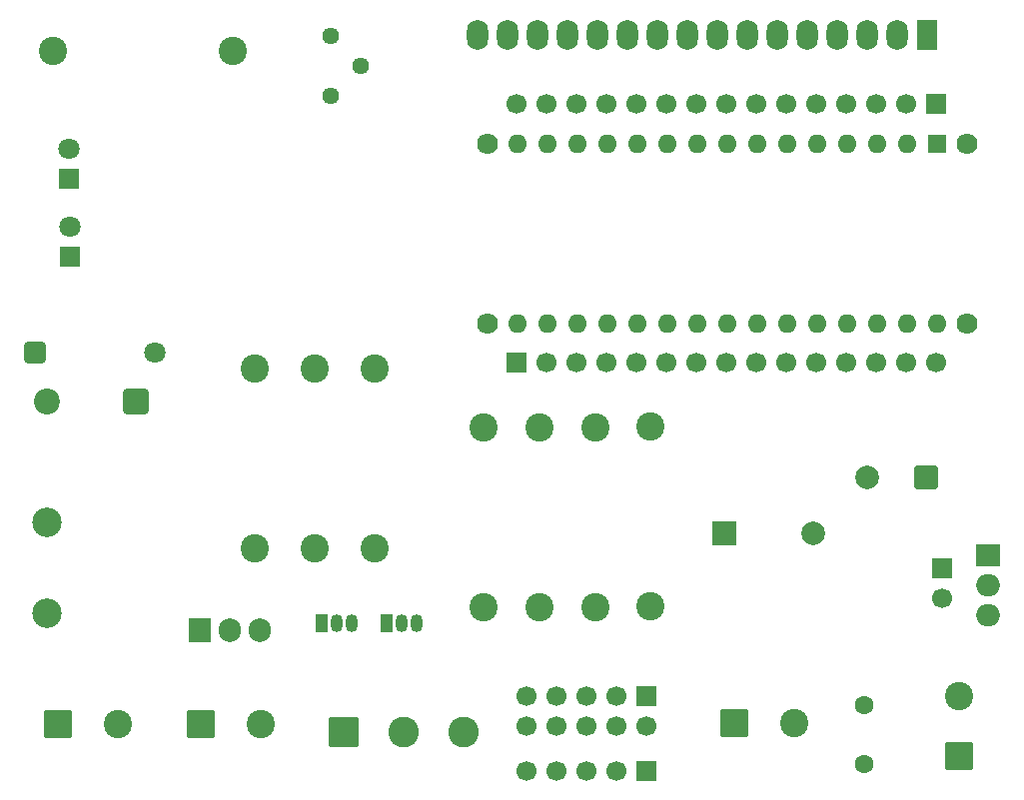
<source format=gbr>
%TF.GenerationSoftware,KiCad,Pcbnew,9.0.5*%
%TF.CreationDate,2025-11-29T23:46:54+05:30*%
%TF.ProjectId,from scrach,66726f6d-2073-4637-9261-63682e6b6963,rev?*%
%TF.SameCoordinates,Original*%
%TF.FileFunction,Soldermask,Top*%
%TF.FilePolarity,Negative*%
%FSLAX46Y46*%
G04 Gerber Fmt 4.6, Leading zero omitted, Abs format (unit mm)*
G04 Created by KiCad (PCBNEW 9.0.5) date 2025-11-29 23:46:54*
%MOMM*%
%LPD*%
G01*
G04 APERTURE LIST*
G04 Aperture macros list*
%AMRoundRect*
0 Rectangle with rounded corners*
0 $1 Rounding radius*
0 $2 $3 $4 $5 $6 $7 $8 $9 X,Y pos of 4 corners*
0 Add a 4 corners polygon primitive as box body*
4,1,4,$2,$3,$4,$5,$6,$7,$8,$9,$2,$3,0*
0 Add four circle primitives for the rounded corners*
1,1,$1+$1,$2,$3*
1,1,$1+$1,$4,$5*
1,1,$1+$1,$6,$7*
1,1,$1+$1,$8,$9*
0 Add four rect primitives between the rounded corners*
20,1,$1+$1,$2,$3,$4,$5,0*
20,1,$1+$1,$4,$5,$6,$7,0*
20,1,$1+$1,$6,$7,$8,$9,0*
20,1,$1+$1,$8,$9,$2,$3,0*%
G04 Aperture macros list end*
%ADD10R,1.700000X1.700000*%
%ADD11C,1.700000*%
%ADD12R,1.800000X1.800000*%
%ADD13C,1.800000*%
%ADD14C,2.400000*%
%ADD15RoundRect,0.250001X-0.949999X-0.949999X0.949999X-0.949999X0.949999X0.949999X-0.949999X0.949999X0*%
%ADD16R,2.000000X2.000000*%
%ADD17C,2.000000*%
%ADD18RoundRect,0.341000X-0.759000X0.759000X-0.759000X-0.759000X0.759000X-0.759000X0.759000X0.759000X0*%
%ADD19C,2.500000*%
%ADD20C,2.200000*%
%ADD21RoundRect,0.250001X0.949999X-0.949999X0.949999X0.949999X-0.949999X0.949999X-0.949999X-0.949999X0*%
%ADD22C,1.780000*%
%ADD23R,1.600000X1.600000*%
%ADD24O,1.600000X1.600000*%
%ADD25RoundRect,0.250000X-1.050000X-1.050000X1.050000X-1.050000X1.050000X1.050000X-1.050000X1.050000X0*%
%ADD26C,2.600000*%
%ADD27RoundRect,0.250000X-0.650000X-0.650000X0.650000X-0.650000X0.650000X0.650000X-0.650000X0.650000X0*%
%ADD28R,1.050000X1.500000*%
%ADD29O,1.050000X1.500000*%
%ADD30R,2.000000X1.905000*%
%ADD31O,2.000000X1.905000*%
%ADD32C,1.600000*%
%ADD33C,1.440000*%
%ADD34RoundRect,0.250000X0.750000X0.750000X-0.750000X0.750000X-0.750000X-0.750000X0.750000X-0.750000X0*%
%ADD35R,1.905000X2.000000*%
%ADD36O,1.905000X2.000000*%
%ADD37R,1.800000X2.600000*%
%ADD38O,1.800000X2.600000*%
G04 APERTURE END LIST*
D10*
%TO.C,J9*%
X123377688Y-90952848D03*
D11*
X120837688Y-90952848D03*
X118297688Y-90952848D03*
X115757688Y-90952848D03*
X113217688Y-90952848D03*
X110677688Y-90952848D03*
X108137688Y-90952848D03*
X105597688Y-90952848D03*
X103057688Y-90952848D03*
X100517688Y-90952848D03*
X97977688Y-90952848D03*
X95437688Y-90952848D03*
X92897688Y-90952848D03*
X90357688Y-90952848D03*
X87817688Y-90952848D03*
%TD*%
D12*
%TO.C,D1*%
X50000000Y-103870000D03*
D13*
X50000000Y-101330000D03*
%TD*%
D10*
%TO.C,J6*%
X123900000Y-130325000D03*
D11*
X123900000Y-132865000D03*
%TD*%
D14*
%TO.C,R1*%
X63820000Y-86500000D03*
X48580000Y-86500000D03*
%TD*%
D15*
%TO.C,J3*%
X49000000Y-143500000D03*
D14*
X54080000Y-143500000D03*
%TD*%
%TO.C,R8*%
X85036431Y-118348634D03*
X85036431Y-133588634D03*
%TD*%
%TO.C,R2*%
X65644211Y-113365360D03*
X65644211Y-128605360D03*
%TD*%
%TO.C,R6*%
X94486431Y-118348634D03*
X94486431Y-133588634D03*
%TD*%
%TO.C,R4*%
X75821184Y-113369845D03*
X75821184Y-128609845D03*
%TD*%
D16*
%TO.C,BZ1*%
X105400000Y-127400000D03*
D17*
X113000000Y-127400000D03*
%TD*%
D10*
%TO.C,J10*%
X98840000Y-147500000D03*
D11*
X96300000Y-147500000D03*
X93760000Y-147500000D03*
X91220000Y-147500000D03*
X88680000Y-147500000D03*
%TD*%
D18*
%TO.C,K1*%
X55595000Y-116215000D03*
D19*
X47995000Y-126415000D03*
X47995000Y-134115000D03*
D20*
X47995000Y-116215000D03*
%TD*%
D21*
%TO.C,J2*%
X125300000Y-146280000D03*
D14*
X125300000Y-141200000D03*
%TD*%
%TO.C,R3*%
X70700000Y-113380000D03*
X70700000Y-128620000D03*
%TD*%
D22*
%TO.C,A1*%
X126040000Y-94360000D03*
X85400000Y-94360000D03*
X126040000Y-109600000D03*
X85400000Y-109600000D03*
D23*
X123500000Y-94360000D03*
D24*
X120960000Y-94360000D03*
X118420000Y-94360000D03*
X115880000Y-94360000D03*
X113340000Y-94360000D03*
X110800000Y-94360000D03*
X108260000Y-94360000D03*
X105720000Y-94360000D03*
X103180000Y-94360000D03*
X100640000Y-94360000D03*
X98100000Y-94360000D03*
X95560000Y-94360000D03*
X93020000Y-94360000D03*
X90480000Y-94360000D03*
X87940000Y-94360000D03*
X87940000Y-109600000D03*
X90480000Y-109600000D03*
X93020000Y-109600000D03*
X95560000Y-109600000D03*
X98100000Y-109600000D03*
X100640000Y-109600000D03*
X103180000Y-109600000D03*
X105720000Y-109600000D03*
X108260000Y-109600000D03*
X110800000Y-109600000D03*
X113340000Y-109600000D03*
X115880000Y-109600000D03*
X118420000Y-109600000D03*
X120960000Y-109600000D03*
X123500000Y-109600000D03*
%TD*%
D15*
%TO.C,J5*%
X106260000Y-143442500D03*
D14*
X111340000Y-143442500D03*
%TD*%
%TO.C,R5*%
X99136431Y-118328634D03*
X99136431Y-133568634D03*
%TD*%
D10*
%TO.C,J7*%
X87834526Y-112898151D03*
D11*
X90374526Y-112898151D03*
X92914526Y-112898151D03*
X95454526Y-112898151D03*
X97994526Y-112898151D03*
X100534526Y-112898151D03*
X103074526Y-112898151D03*
X105614526Y-112898151D03*
X108154526Y-112898151D03*
X110694526Y-112898151D03*
X113234526Y-112898151D03*
X115774526Y-112898151D03*
X118314526Y-112898151D03*
X120854526Y-112898151D03*
X123394526Y-112898151D03*
%TD*%
D14*
%TO.C,R7*%
X89736431Y-118348634D03*
X89736431Y-133588634D03*
%TD*%
D25*
%TO.C,J1*%
X73140000Y-144200000D03*
D26*
X78220000Y-144200000D03*
X83300000Y-144200000D03*
%TD*%
D12*
%TO.C,D2*%
X49900000Y-97270000D03*
D13*
X49900000Y-94730000D03*
%TD*%
D27*
%TO.C,D4*%
X47020000Y-112000000D03*
D13*
X57180000Y-112000000D03*
%TD*%
D10*
%TO.C,J8*%
X98808460Y-141197884D03*
D11*
X98808460Y-143737884D03*
X96268460Y-141197884D03*
X96268460Y-143737884D03*
X93728460Y-141197884D03*
X93728460Y-143737884D03*
X91188460Y-141197884D03*
X91188460Y-143737884D03*
X88648460Y-141197884D03*
X88648460Y-143737884D03*
%TD*%
D28*
%TO.C,Q2*%
X71304211Y-134985360D03*
D29*
X72574211Y-134985360D03*
X73844211Y-134985360D03*
%TD*%
D30*
%TO.C,U1*%
X127757500Y-129240000D03*
D31*
X127757500Y-131780000D03*
X127757500Y-134320000D03*
%TD*%
D15*
%TO.C,J4*%
X61100000Y-143500000D03*
D14*
X66180000Y-143500000D03*
%TD*%
D32*
%TO.C,C5*%
X117300000Y-146900000D03*
X117300000Y-141900000D03*
%TD*%
D33*
%TO.C,RV1*%
X72100000Y-90300000D03*
X74640000Y-87760000D03*
X72100000Y-85220000D03*
%TD*%
D34*
%TO.C,C4*%
X122567677Y-122600000D03*
D17*
X117567677Y-122600000D03*
%TD*%
D35*
%TO.C,Q4*%
X60960000Y-135550000D03*
D36*
X63500000Y-135550000D03*
X66040000Y-135550000D03*
%TD*%
D28*
%TO.C,Q1*%
X76804211Y-134985360D03*
D29*
X78074211Y-134985360D03*
X79344211Y-134985360D03*
%TD*%
D37*
%TO.C,DS2*%
X122620000Y-85080000D03*
D38*
X120080000Y-85080000D03*
X117540000Y-85080000D03*
X115000000Y-85080000D03*
X112460000Y-85080000D03*
X109920000Y-85080000D03*
X107380000Y-85080000D03*
X104840000Y-85080000D03*
X102300000Y-85080000D03*
X99760000Y-85080000D03*
X97220000Y-85080000D03*
X94680000Y-85080000D03*
X92140000Y-85080000D03*
X89600000Y-85080000D03*
X87060000Y-85080000D03*
X84520000Y-85080000D03*
%TD*%
M02*

</source>
